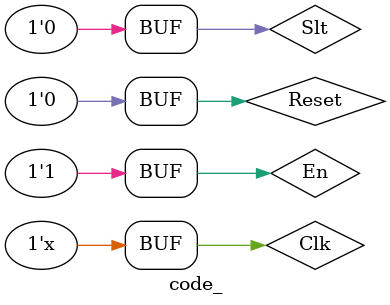
<source format=v>
`timescale 1ns / 1ps


module code_;

	// Inputs
	reg Clk;
	reg Reset;
	reg Slt;
	reg En;

	// Outputs
	wire [63:0] Output0;
	wire [63:0] Output1;

	// Instantiate the Unit Under Test (UUT)
	code uut (
		.Clk(Clk), 
		.Reset(Reset), 
		.Slt(Slt), 
		.En(En), 
		.Output0(Output0), 
		.Output1(Output1)
	);

	initial begin
		// Initialize Inputs
		Clk = 0;
		Reset = 1;
		Slt = 0;
		En = 0;

		// Wait 100 ns for global reset to finish
		#10;
		Reset = 0;
		Slt = 0;
		En = 1;
        
		// Add stimulus here

	end
	
	always #5 Clk = ~Clk;
      
endmodule


</source>
